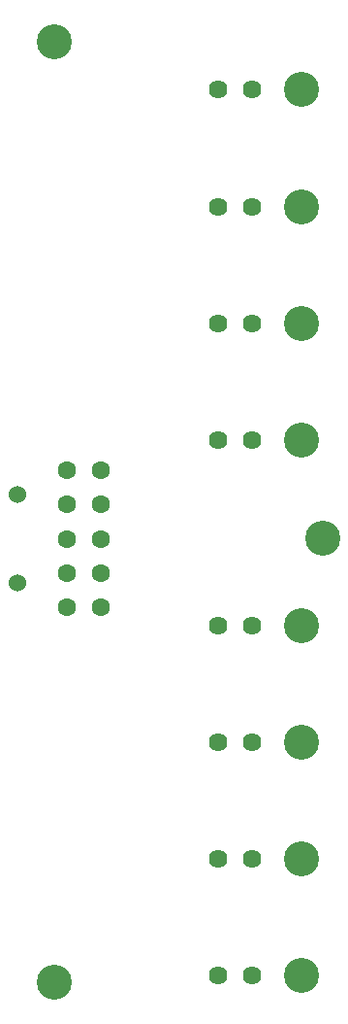
<source format=gbl>
G04*
G04 #@! TF.GenerationSoftware,Altium Limited,Altium Designer,21.6.4 (81)*
G04*
G04 Layer_Physical_Order=2*
G04 Layer_Color=16711680*
%FSLAX25Y25*%
%MOIN*%
G70*
G04*
G04 #@! TF.SameCoordinates,D5AC2A0C-6B64-4F22-A7EC-2E28CE3556BC*
G04*
G04*
G04 #@! TF.FilePolarity,Positive*
G04*
G01*
G75*
%ADD20C,0.06319*%
%ADD21C,0.06004*%
%ADD22C,0.06378*%
%ADD23C,0.12008*%
%ADD24C,0.12000*%
D20*
X303189Y-100722D02*
D03*
Y-88911D02*
D03*
Y-77100D02*
D03*
Y-65289D02*
D03*
Y-53478D02*
D03*
X315000Y-100722D02*
D03*
Y-88911D02*
D03*
Y-77100D02*
D03*
Y-65289D02*
D03*
Y-53478D02*
D03*
D21*
X286181Y-61942D02*
D03*
Y-92257D02*
D03*
D22*
X366992Y-186946D02*
D03*
X355181D02*
D03*
X366992Y-146900D02*
D03*
X355181D02*
D03*
X366992Y-106854D02*
D03*
X355181D02*
D03*
X366992Y-43337D02*
D03*
X355181D02*
D03*
X366992Y-3291D02*
D03*
X355181D02*
D03*
X366992Y77000D02*
D03*
X355181D02*
D03*
X366992Y36754D02*
D03*
X355181D02*
D03*
X366992Y-226991D02*
D03*
X355181D02*
D03*
D23*
X384000Y-186946D02*
D03*
Y-146900D02*
D03*
Y-106854D02*
D03*
Y-43337D02*
D03*
Y-3291D02*
D03*
Y77000D02*
D03*
Y36754D02*
D03*
Y-226991D02*
D03*
D24*
X391200Y-76800D02*
D03*
X299100Y93500D02*
D03*
X299000Y-229200D02*
D03*
M02*

</source>
